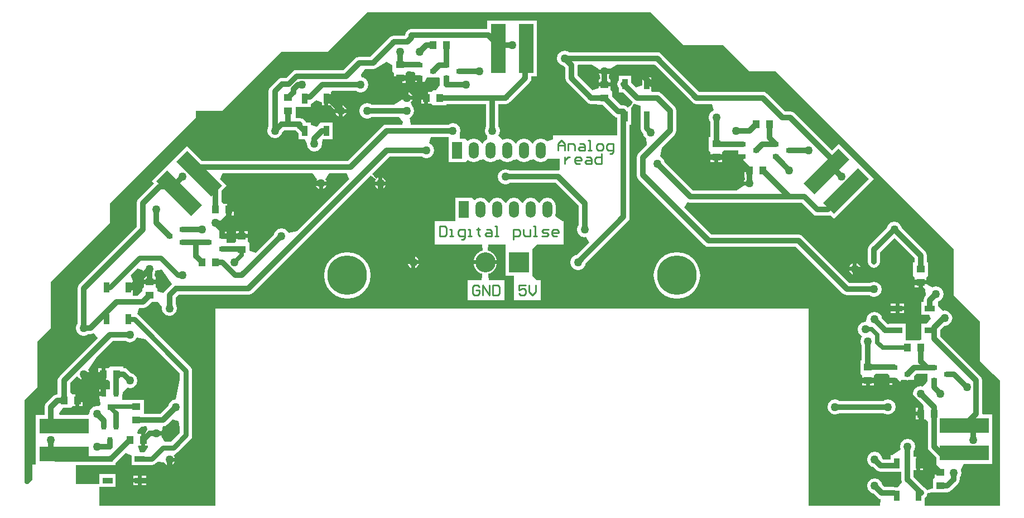
<source format=gtl>
%FSLAX24Y24*%
%MOIN*%
G70*
G01*
G75*
G04 Layer_Physical_Order=1*
G04 Layer_Color=255*
%ADD10R,0.0354X0.0591*%
%ADD11R,0.0591X0.0354*%
%ADD12R,0.0500X0.0400*%
%ADD13R,0.0400X0.0500*%
%ADD14R,0.0354X0.0315*%
%ADD15R,0.2953X0.0906*%
%ADD16R,0.0315X0.0354*%
G04:AMPARAMS|DCode=17|XSize=90.6mil|YSize=295.3mil|CornerRadius=0mil|HoleSize=0mil|Usage=FLASHONLY|Rotation=45.000|XOffset=0mil|YOffset=0mil|HoleType=Round|Shape=Rectangle|*
%AMROTATEDRECTD17*
4,1,4,0.0724,-0.1364,-0.1364,0.0724,-0.0724,0.1364,0.1364,-0.0724,0.0724,-0.1364,0.0*
%
%ADD17ROTATEDRECTD17*%

%ADD18R,0.0906X0.2953*%
G04:AMPARAMS|DCode=19|XSize=90.6mil|YSize=295.3mil|CornerRadius=0mil|HoleSize=0mil|Usage=FLASHONLY|Rotation=315.000|XOffset=0mil|YOffset=0mil|HoleType=Round|Shape=Rectangle|*
%AMROTATEDRECTD19*
4,1,4,-0.1364,-0.0724,0.0724,0.1364,0.1364,0.0724,-0.0724,-0.1364,-0.1364,-0.0724,0.0*
%
%ADD19ROTATEDRECTD19*%

%ADD20C,0.0323*%
%ADD21C,0.0315*%
%ADD22C,0.0250*%
%ADD23C,0.0100*%
%ADD24C,0.2362*%
%ADD25C,0.1200*%
%ADD26R,0.1200X0.1200*%
%ADD27O,0.0600X0.0994*%
%ADD28R,0.0600X0.0994*%
%ADD29C,0.0500*%
G36*
X39489Y49065D02*
X36371Y45947D01*
X35892Y45852D01*
X35849Y45856D01*
X35758Y45994D01*
X35609Y46093D01*
X35433Y46128D01*
X35257Y46093D01*
X35109Y45994D01*
X35009Y45845D01*
X34990Y45747D01*
X33885Y44642D01*
X33521Y44793D01*
Y45091D01*
X33521Y45091D01*
X33521Y45091D01*
X33521Y45269D01*
X33421Y45369D01*
X33421Y45548D01*
X33421Y45548D01*
X33421Y45548D01*
Y45549D01*
X32721D01*
Y45548D01*
X32721Y45548D01*
X32721Y45548D01*
X32721Y45369D01*
X32622Y45270D01*
X32167D01*
Y45392D01*
X32167D01*
D01*
Y45530D01*
X31890D01*
Y45770D01*
X32167D01*
Y45907D01*
X31967D01*
X31782Y46254D01*
X31826Y46320D01*
X31829Y46337D01*
X31496D01*
Y46577D01*
X31829D01*
X31826Y46590D01*
X32076Y46894D01*
X32174Y46894D01*
X32174Y46894D01*
X32174Y46894D01*
X32176D01*
Y47244D01*
Y47594D01*
X32174D01*
X32174Y47594D01*
X32174Y47594D01*
X31996Y47594D01*
X31896Y47694D01*
D01*
X31865Y47726D01*
Y48391D01*
X32153Y48680D01*
X31768Y49065D01*
X31918Y49429D01*
X37304D01*
X37543Y49071D01*
X37466Y48955D01*
X37462Y48939D01*
X38128D01*
X38125Y48955D01*
X38048Y49071D01*
X38286Y49429D01*
X39338D01*
X39489Y49065D01*
D02*
G37*
G36*
X29293Y34580D02*
X29372Y34185D01*
Y33895D01*
X28829Y33353D01*
X28453D01*
X28268Y33700D01*
X28282Y33722D01*
X28286Y33738D01*
X27953D01*
Y33978D01*
X28286D01*
X28282Y33995D01*
X28346Y34277D01*
D01*
Y34277D01*
X28346D01*
D01*
D01*
X28487Y34305D01*
X28607Y34385D01*
X28916Y34694D01*
X29293Y34580D01*
D02*
G37*
G36*
X27391Y34250D02*
X27422Y34097D01*
X27298Y33835D01*
Y33465D01*
Y33115D01*
X27439D01*
X27470Y33039D01*
Y33039D01*
X27464Y33055D01*
Y33029D01*
X27252Y32712D01*
X26990D01*
X26839Y33076D01*
X26878Y33115D01*
X27056Y33115D01*
X27056Y33115D01*
X27056Y33115D01*
X27058D01*
Y33465D01*
Y33815D01*
X27056D01*
X27056Y33815D01*
X27056Y33815D01*
X26878Y33815D01*
X26811Y33882D01*
X26894Y34083D01*
X27056Y34246D01*
X27222D01*
Y34277D01*
X27369D01*
X27391Y34250D01*
D02*
G37*
G36*
X27167Y43627D02*
X27226Y43238D01*
X27209Y43226D01*
D01*
D01*
D01*
X27209Y43103D01*
X27209D01*
X27209Y43103D01*
Y43046D01*
X27909D01*
Y43103D01*
X27909Y43103D01*
D01*
D01*
X27909Y43103D01*
X27909Y43226D01*
D01*
D01*
D01*
X27851Y43266D01*
X27900Y43592D01*
X28280Y43668D01*
X28873Y42780D01*
X28480Y42387D01*
X28400Y42267D01*
X28009Y42345D01*
Y42348D01*
X28009Y42348D01*
X28009Y42348D01*
X28009Y42526D01*
X27909Y42626D01*
X27909Y42804D01*
X27909Y42804D01*
X27909Y42804D01*
Y42806D01*
X27209D01*
Y42804D01*
X27209Y42804D01*
X27209Y42804D01*
X27209Y42626D01*
X27109Y42526D01*
X27109Y42379D01*
X26831Y42101D01*
X26569D01*
Y42207D01*
X26569D01*
Y42482D01*
X26291D01*
Y42722D01*
X26569D01*
Y42998D01*
X26569Y42998D01*
X26569D01*
X26436Y43318D01*
X26843Y43725D01*
X27167Y43627D01*
D02*
G37*
G36*
X58268Y58268D02*
X59449Y57087D01*
Y57087D01*
X61811D01*
X62205Y56693D01*
X63386Y55512D01*
X64961D01*
X72441Y48032D01*
X75591Y44882D01*
Y44094D01*
Y42126D01*
X75984Y41732D01*
X77165Y40551D01*
Y39764D01*
Y38189D01*
X77953Y37402D01*
X78346Y37008D01*
Y29528D01*
X73861D01*
Y29528D01*
Y29643D01*
X73861Y29806D01*
X73861Y29806D01*
X73861Y29806D01*
Y29975D01*
X73922Y30015D01*
X74002Y30135D01*
X74030Y30276D01*
X74353Y30309D01*
D01*
D01*
X74353D01*
Y30309D01*
X74432D01*
Y30309D01*
X75253D01*
Y30351D01*
X75338Y30368D01*
X75457Y30448D01*
X75457Y30448D01*
X75457Y30448D01*
X75851Y30842D01*
X75931Y30961D01*
X75936Y30985D01*
X75959Y31102D01*
Y31238D01*
X76014Y31320D01*
X76049Y31496D01*
X76014Y31672D01*
X76011Y31677D01*
X76196Y32024D01*
X77897D01*
Y33330D01*
D01*
Y33330D01*
X77897Y33330D01*
Y33678D01*
X77897D01*
Y34983D01*
X77344D01*
X77298Y35039D01*
Y37008D01*
X77270Y37149D01*
X77190Y37268D01*
X74791Y39667D01*
X74791Y40061D01*
X75024Y40294D01*
X75047Y40289D01*
X75223Y40324D01*
X75372Y40424D01*
X75471Y40572D01*
X75506Y40748D01*
X75471Y40924D01*
X75372Y41072D01*
X75223Y41172D01*
X75047Y41207D01*
X74957Y41189D01*
X74743Y41365D01*
X74653Y41500D01*
Y41708D01*
X74653D01*
Y41752D01*
X74699Y41761D01*
X74848Y41861D01*
X74948Y42009D01*
X74982Y42185D01*
X74948Y42361D01*
X74848Y42509D01*
X74699Y42609D01*
X74524Y42644D01*
X74348Y42609D01*
X74319Y42590D01*
X74307Y42596D01*
X74307D01*
X74113Y42700D01*
D01*
X74091Y42712D01*
D01*
X73972Y42775D01*
Y42781D01*
X73742D01*
Y42600D01*
X73820Y42548D01*
D01*
X73889Y42502D01*
X73927Y42110D01*
X73897Y42079D01*
X73817Y41960D01*
X73789Y41819D01*
Y41708D01*
X73662D01*
Y40954D01*
X74127D01*
X74217Y40736D01*
X73998Y40409D01*
X73662D01*
Y39705D01*
X73662Y39705D01*
X73662Y39705D01*
X73662Y39654D01*
Y39452D01*
X73532Y39426D01*
X72724D01*
Y39654D01*
X72724D01*
Y40409D01*
X71733D01*
Y40400D01*
X71653D01*
X71298Y40755D01*
X71278Y40853D01*
X71179Y41002D01*
X71030Y41101D01*
X70854Y41136D01*
X70679Y41101D01*
X70530Y41002D01*
X70430Y40853D01*
X70396Y40677D01*
X70396Y40677D01*
X70396Y40677D01*
X70307Y40538D01*
X70307Y40538D01*
Y40538D01*
X70132Y40503D01*
X69983Y40403D01*
X69883Y40254D01*
X69848Y40079D01*
X69883Y39903D01*
X69983Y39754D01*
X70125Y39659D01*
X70049Y39546D01*
X70014Y39370D01*
X70049Y39195D01*
X70104Y39112D01*
Y38208D01*
X70022D01*
Y37586D01*
X70022Y37586D01*
X70022Y37586D01*
X70022Y37408D01*
X70122Y37308D01*
X70122Y37129D01*
X70122Y37129D01*
X70122Y37129D01*
Y37128D01*
X70822D01*
Y37129D01*
X70822Y37129D01*
X70822Y37129D01*
X70822Y37308D01*
X70922Y37408D01*
D01*
X70954Y37439D01*
X71649D01*
X71670Y37418D01*
D01*
X71770Y37285D01*
X71770Y37148D01*
X72047D01*
Y37028D01*
X72167D01*
Y36770D01*
X72179D01*
X72179Y36770D01*
X72179Y36770D01*
X72324Y36770D01*
X72457Y37044D01*
D01*
X72457Y37044D01*
X72779D01*
X72835Y37033D01*
X72890Y37044D01*
X73212D01*
Y37258D01*
X73361Y37407D01*
X74032D01*
Y37407D01*
Y37385D01*
X74032Y37129D01*
X74032Y37129D01*
X74032Y37129D01*
Y36996D01*
X73903Y36802D01*
X73728Y36658D01*
X73622Y36679D01*
X73446Y36644D01*
X73298Y36545D01*
X73198Y36396D01*
X73163Y36220D01*
X73198Y36045D01*
X73298Y35896D01*
X73446Y35797D01*
X73524Y35781D01*
X73506Y35604D01*
X73418Y35389D01*
X73309D01*
Y35159D01*
X73609D01*
Y35039D01*
X73729D01*
Y34689D01*
X73731D01*
X73731Y34689D01*
X73731Y34689D01*
X73909Y34689D01*
D01*
X74009Y34589D01*
D01*
X74041Y34558D01*
Y33071D01*
X74069Y32930D01*
X74069Y32930D01*
X74069Y32930D01*
X74149Y32810D01*
X74544Y32415D01*
Y32087D01*
X74544Y32087D01*
X74544Y32087D01*
X74544Y32024D01*
D01*
X74453Y31809D01*
X74453Y31746D01*
X74453Y31746D01*
X74453Y31746D01*
Y31629D01*
X74803D01*
Y31389D01*
X74453D01*
Y31209D01*
X74453D01*
Y31209D01*
X74353Y31109D01*
X74353D01*
Y30569D01*
X74281Y30547D01*
X74281Y30547D01*
D01*
D01*
D01*
X73976Y30455D01*
X73861Y30633D01*
Y30633D01*
X73825D01*
X73203Y31255D01*
Y31672D01*
X73203D01*
X73207D01*
X73364D01*
Y32067D01*
Y32462D01*
X73207D01*
X73203Y32466D01*
Y32812D01*
X73259Y32895D01*
X73293Y33071D01*
X73259Y33246D01*
X73159Y33395D01*
X73010Y33495D01*
X72835Y33530D01*
X72659Y33495D01*
X72510Y33395D01*
X72411Y33246D01*
X72376Y33071D01*
X72411Y32895D01*
X71912Y32562D01*
X71808D01*
Y32298D01*
X71373D01*
X71309Y32361D01*
X71290Y32459D01*
X71191Y32608D01*
X71042Y32707D01*
X70866Y32742D01*
X70691Y32707D01*
X70542Y32608D01*
X70442Y32459D01*
X70407Y32283D01*
X70442Y32108D01*
X70542Y31959D01*
X70691Y31860D01*
X70788Y31840D01*
X70960Y31669D01*
X71079Y31589D01*
X71220Y31561D01*
X72008D01*
X72063Y31572D01*
X72466D01*
Y31102D01*
X72494Y30961D01*
X72494Y30961D01*
X72494Y30961D01*
X72499Y30938D01*
X72250Y30633D01*
X72063D01*
X72008Y30644D01*
X71452D01*
X71309Y30786D01*
X71290Y30884D01*
X71191Y31033D01*
X71042Y31133D01*
X70866Y31167D01*
X70691Y31133D01*
X70542Y31033D01*
X70442Y30884D01*
X70407Y30709D01*
X70442Y30533D01*
X70542Y30384D01*
X70691Y30285D01*
X70788Y30265D01*
X71039Y30015D01*
X71158Y29935D01*
X71238Y29919D01*
X71199Y29528D01*
X66929D01*
Y41339D01*
X31496D01*
Y29528D01*
X24571D01*
Y29528D01*
Y29621D01*
X24571Y29806D01*
X24571Y29806D01*
X24571Y29806D01*
Y30658D01*
X25535D01*
Y31413D01*
X24544D01*
Y30821D01*
X23166D01*
Y31954D01*
X25236D01*
X25252Y31957D01*
X25535D01*
Y32100D01*
X26109Y32675D01*
X26473Y32524D01*
Y31957D01*
X27464D01*
Y31970D01*
X27689D01*
X27828Y31998D01*
X27947Y32077D01*
X28033Y32164D01*
X28425Y32125D01*
X28488Y32031D01*
X28604Y31954D01*
X28620Y31950D01*
Y32283D01*
X28740D01*
Y32403D01*
X29073D01*
X29070Y32420D01*
X28992Y32536D01*
X29120Y32651D01*
X29120D01*
X29120Y32651D01*
X29238Y32730D01*
X29994Y33486D01*
X29994Y33486D01*
X29994Y33486D01*
X30073Y33605D01*
X30101Y33744D01*
Y37587D01*
X30073Y37726D01*
X30033Y37785D01*
X29994Y37844D01*
X26907Y40931D01*
X26823Y40987D01*
X26938Y41364D01*
X27165D01*
X27306Y41392D01*
X27426Y41472D01*
X27426Y41472D01*
X27426Y41472D01*
X27680Y41726D01*
X28009D01*
Y41726D01*
X28048D01*
X28298Y41422D01*
X28281Y41339D01*
X28316Y41163D01*
X28416Y41014D01*
X28565Y40915D01*
X28740Y40880D01*
X28916Y40915D01*
X29065Y41014D01*
X29164Y41163D01*
X29199Y41339D01*
X29164Y41514D01*
X29109Y41597D01*
Y41973D01*
X29286Y42151D01*
X33465D01*
X33606Y42179D01*
X33725Y42259D01*
X33725Y42259D01*
X33725Y42259D01*
X40772Y49306D01*
X41076Y49056D01*
Y49056D01*
X41009Y48955D01*
X41006Y48939D01*
X41219D01*
Y49152D01*
X41202Y49149D01*
X41102Y49082D01*
X40852Y49386D01*
X41885Y50419D01*
X43836D01*
X43919Y50364D01*
X44094Y50329D01*
X44270Y50364D01*
X44419Y50463D01*
X44518Y50612D01*
X44553Y50787D01*
X44518Y50963D01*
X44419Y51112D01*
X44270Y51211D01*
X44347Y51600D01*
X45411D01*
D01*
X45425Y51484D01*
Y51500D01*
Y51484D01*
Y51484D01*
D01*
D01*
D01*
X45425Y50283D01*
X45425Y50283D01*
X45425D01*
Y50091D01*
X46425D01*
Y50091D01*
X46565Y50230D01*
Y50230D01*
X46565Y50230D01*
X46730Y50120D01*
X46925Y50081D01*
X47120Y50120D01*
X47286Y50230D01*
X47538Y50256D01*
X47565Y50230D01*
X47565Y50230D01*
Y50230D01*
X47730Y50120D01*
X47925Y50081D01*
X48120Y50120D01*
X48286Y50230D01*
X48538Y50256D01*
X48565Y50230D01*
X48565Y50230D01*
Y50230D01*
X48730Y50120D01*
X48925Y50081D01*
X49120Y50120D01*
X49286Y50230D01*
X49538Y50256D01*
X49565Y50230D01*
X49565Y50230D01*
Y50230D01*
X49730Y50120D01*
X49925Y50081D01*
X50120Y50120D01*
X50286Y50230D01*
X50538Y50256D01*
X50565Y50230D01*
X50565Y50230D01*
Y50230D01*
X50730Y50120D01*
X50925Y50081D01*
X51120Y50120D01*
X51286Y50230D01*
X51324Y50287D01*
X51669Y50287D01*
Y50287D01*
Y50287D01*
X51669Y50287D01*
X52062D01*
Y49700D01*
X52062Y49700D01*
X52062D01*
X52049Y49635D01*
X51968Y49581D01*
X49077D01*
X48994Y49636D01*
X48819Y49671D01*
X48643Y49636D01*
X48494Y49537D01*
X48395Y49388D01*
X48360Y49213D01*
X48395Y49037D01*
X48494Y48888D01*
X48643Y48789D01*
X48819Y48754D01*
X48994Y48789D01*
X49077Y48844D01*
X51816D01*
X53175Y47485D01*
Y46321D01*
X53119Y46239D01*
X53084Y46063D01*
X53119Y45887D01*
X53219Y45739D01*
X53368Y45639D01*
X53543Y45604D01*
X53621Y45620D01*
X53806Y45272D01*
X53072Y44538D01*
X52974Y44518D01*
X52825Y44419D01*
X52726Y44270D01*
X52691Y44094D01*
X52726Y43919D01*
X52825Y43770D01*
X52974Y43671D01*
X53150Y43636D01*
X53325Y43671D01*
X53474Y43770D01*
X53573Y43919D01*
X53593Y44017D01*
X56127Y46550D01*
X56207Y46670D01*
X56235Y46811D01*
X56235Y46811D01*
X56235Y46811D01*
Y46811D01*
Y52332D01*
X56330D01*
Y53322D01*
X56330Y53322D01*
Y53322D01*
X56498Y53574D01*
X56875Y53459D01*
Y53322D01*
X56875D01*
Y52332D01*
X56883D01*
Y52110D01*
X56912Y51969D01*
X56912Y51969D01*
X56912Y51969D01*
X56991Y51850D01*
X57049Y51792D01*
X57068Y51694D01*
X57168Y51546D01*
X57225Y51507D01*
X57259Y51159D01*
X57248Y51099D01*
X56763Y50615D01*
X56683Y50495D01*
X56655Y50354D01*
Y49311D01*
X56683Y49170D01*
X56683Y49170D01*
X56683Y49170D01*
X56763Y49050D01*
X60696Y45117D01*
X60816Y45038D01*
X60839Y45033D01*
X60957Y45009D01*
X66166D01*
X68956Y42220D01*
X68956D01*
X68956Y42220D01*
X68956D01*
X68956Y42220D01*
Y42220D01*
X68956Y42220D01*
Y42220D01*
X69076Y42140D01*
X69217Y42112D01*
X70568D01*
X70651Y42056D01*
X70827Y42021D01*
X71002Y42056D01*
X71151Y42156D01*
X71251Y42305D01*
X71286Y42480D01*
X71251Y42656D01*
X71151Y42805D01*
X71002Y42904D01*
X70827Y42939D01*
X70651Y42904D01*
X70568Y42849D01*
X69369D01*
X66579Y45639D01*
X66460Y45718D01*
X66319Y45746D01*
X61109D01*
X59486Y47369D01*
X59701Y47691D01*
X59843Y47663D01*
X66501D01*
X67180Y46984D01*
X67300Y46904D01*
X67300Y46904D01*
X67300Y46904D01*
D01*
X67300Y46904D01*
X67300Y46904D01*
X67441Y46876D01*
X68059D01*
X68200Y46904D01*
X68227Y46922D01*
X68443Y46705D01*
X70814Y49076D01*
X69891Y49999D01*
X69891D01*
X69645Y50245D01*
X69645D01*
X68722Y51169D01*
X68329Y50775D01*
X66087Y53016D01*
X65968Y53096D01*
X65827Y53124D01*
X65507D01*
X64434Y54198D01*
X64314Y54277D01*
X64173Y54306D01*
X60389D01*
X58135Y56560D01*
X58015Y56640D01*
X57874Y56668D01*
X52621D01*
X52538Y56723D01*
X52362Y56758D01*
X52187Y56723D01*
X52038Y56624D01*
X51938Y56475D01*
X51903Y56299D01*
X51938Y56124D01*
X52038Y55975D01*
X52187Y55875D01*
X52284Y55856D01*
X52387Y55753D01*
Y55118D01*
X52415Y54977D01*
X52495Y54858D01*
X53676Y53676D01*
X53796Y53597D01*
X53819Y53592D01*
X53937Y53569D01*
X54274D01*
Y53537D01*
X54603D01*
X55291Y52850D01*
X55410Y52770D01*
X55438Y52764D01*
X55498Y52752D01*
Y51687D01*
X51669D01*
Y51450D01*
X51292Y51336D01*
X51286Y51345D01*
X51120Y51455D01*
X50925Y51494D01*
X50730Y51455D01*
X50565Y51345D01*
X50454Y51179D01*
D01*
X50286Y51345D01*
X50286Y51345D01*
Y51345D01*
X50120Y51455D01*
X49925Y51494D01*
X49730Y51455D01*
X49565Y51345D01*
X49454Y51179D01*
D01*
X49286Y51345D01*
X49286Y51345D01*
Y51345D01*
X49120Y51455D01*
X48925Y51494D01*
X48730Y51455D01*
X48665Y51412D01*
X48387Y51690D01*
X48455Y51793D01*
X48490Y51968D01*
X48455Y52144D01*
X48400Y52227D01*
Y53569D01*
X48819D01*
X48960Y53597D01*
X49079Y53676D01*
X49079Y53676D01*
X49079Y53676D01*
X50261Y54858D01*
X50340Y54977D01*
X50345Y55000D01*
X50368Y55118D01*
Y55213D01*
X50692D01*
Y58566D01*
X49387D01*
D01*
D01*
X49387Y58566D01*
X49039D01*
Y58566D01*
X47733D01*
Y58046D01*
X43189D01*
X43048Y58018D01*
X42928Y57938D01*
X42849Y57818D01*
X42820Y57677D01*
Y57672D01*
X42800Y57652D01*
X42165D01*
X42024Y57624D01*
X41905Y57544D01*
X40753Y56392D01*
X40079D01*
X39938Y56364D01*
X39818Y56284D01*
X39139Y55605D01*
X36339D01*
X36198Y55577D01*
X36078Y55497D01*
X35714Y55132D01*
X35472D01*
X35355Y55109D01*
X35331Y55104D01*
X35212Y55024D01*
X34779Y54591D01*
X34699Y54472D01*
X34671Y54331D01*
Y52227D01*
X34615Y52144D01*
X34581Y51968D01*
X34615Y51793D01*
X34715Y51644D01*
X34864Y51545D01*
X35039Y51510D01*
X35215Y51545D01*
X35364Y51644D01*
X35463Y51793D01*
X35483Y51891D01*
X35586Y51994D01*
X36263D01*
X36275Y51976D01*
X36442Y51809D01*
Y51457D01*
X36827D01*
D01*
X36943Y51181D01*
Y51181D01*
X36943D01*
D01*
D01*
D01*
X36978Y51006D01*
X37077Y50857D01*
X37226Y50757D01*
X37402Y50722D01*
X37577Y50757D01*
X37726Y50857D01*
X37825Y51006D01*
X37860Y51181D01*
X37860Y51181D01*
X37860Y51181D01*
X37884Y51457D01*
D01*
X37884Y51457D01*
X38495D01*
Y52448D01*
X37741D01*
Y52448D01*
X37560Y52175D01*
X37196Y52326D01*
Y52448D01*
X36887D01*
X36876Y52503D01*
X36796Y52623D01*
X36676Y52703D01*
X36535Y52731D01*
X36277D01*
Y52750D01*
X36277D01*
Y53387D01*
X36442D01*
Y53387D01*
X37196D01*
Y53569D01*
X37523Y53787D01*
X37841Y53656D01*
Y53487D01*
X37998D01*
Y53882D01*
X38118D01*
Y54002D01*
X38395D01*
Y54277D01*
D01*
Y54277D01*
X38474Y54356D01*
X39899D01*
X39982Y54301D01*
X40157Y54266D01*
X40333Y54301D01*
X40482Y54400D01*
X40581Y54549D01*
X40616Y54724D01*
X40581Y54900D01*
X40482Y55049D01*
X40333Y55148D01*
X40235Y55168D01*
X40183Y55339D01*
X40418Y55655D01*
X40906D01*
X41047Y55683D01*
X41166Y55763D01*
X41166Y55763D01*
X41166Y55763D01*
X41166Y55763D01*
X41730Y56081D01*
X42070Y55882D01*
Y55697D01*
X42070Y55697D01*
X42070Y55697D01*
X42070Y55518D01*
X42170Y55418D01*
X42170Y55240D01*
X42170Y55240D01*
X42170Y55240D01*
Y55238D01*
X42870D01*
Y55240D01*
X42870Y55240D01*
X42870Y55240D01*
X42870Y55418D01*
X42964Y55512D01*
X43357Y55485D01*
X43424Y55395D01*
X43424Y55258D01*
X43701D01*
Y55138D01*
X43821D01*
Y54880D01*
X43833D01*
X43833Y54880D01*
X43833Y54880D01*
X43978Y54880D01*
X44111Y55154D01*
D01*
X44111Y55154D01*
X44433D01*
X44488Y55143D01*
X44544Y55154D01*
X44865D01*
D01*
X44865D01*
X44898Y55121D01*
X44898Y54780D01*
X44898D01*
Y54673D01*
X44691Y54421D01*
X44641Y54387D01*
X44482Y54387D01*
X44382Y54287D01*
X44204Y54287D01*
X44204Y54287D01*
X44204Y54287D01*
X44202D01*
Y53937D01*
Y53587D01*
X44204D01*
X44204Y53587D01*
X44204Y53587D01*
X44382Y53587D01*
X44482Y53487D01*
X44660Y53487D01*
X44660Y53487D01*
X44660Y53487D01*
X45282D01*
Y53569D01*
X47663D01*
Y52227D01*
X47608Y52144D01*
X47573Y51968D01*
X47608Y51793D01*
X47707Y51644D01*
X47730Y51455D01*
X47730Y51455D01*
X47730D01*
X47565Y51345D01*
X47454Y51179D01*
D01*
X47286Y51345D01*
X47286Y51345D01*
Y51345D01*
X47120Y51455D01*
X46925Y51494D01*
X46730Y51455D01*
X46565Y51345D01*
X46565Y51345D01*
X46425Y51484D01*
Y51484D01*
X46101D01*
X46093Y51793D01*
X46093Y51793D01*
X46093D01*
Y51793D01*
Y51793D01*
X46093Y51793D01*
X46128Y51968D01*
X46093Y52144D01*
X45994Y52293D01*
X45845Y52392D01*
X45669Y52427D01*
X45494Y52392D01*
X45411Y52337D01*
X43166D01*
X43110Y52619D01*
X43110D01*
X43089Y52726D01*
X43089D01*
X43238Y52825D01*
X43337Y52974D01*
X43372Y53150D01*
X43337Y53325D01*
X43238Y53474D01*
X43238D01*
X43166Y53685D01*
X43166Y53685D01*
X43166Y53685D01*
X43166D01*
D01*
X43243Y53800D01*
X43246Y53817D01*
X42575D01*
X42534Y53767D01*
X42161Y53518D01*
X40810D01*
X40727Y53573D01*
X40551Y53608D01*
X40376Y53573D01*
X40227Y53474D01*
X40127Y53325D01*
X40092Y53150D01*
X40127Y52974D01*
X40227Y52825D01*
X40376Y52726D01*
X40551Y52691D01*
X40727Y52726D01*
X40810Y52781D01*
X42439D01*
X42688Y52477D01*
X42660Y52337D01*
X41732D01*
X41591Y52309D01*
X41472Y52229D01*
X39408Y50166D01*
X30667D01*
X29782Y51050D01*
X28859Y50127D01*
Y50127D01*
X28613Y49881D01*
Y49881D01*
X27690Y48958D01*
X27827Y48821D01*
X26905Y47898D01*
X26825Y47779D01*
X26797Y47638D01*
Y46216D01*
X23361Y42780D01*
X23282Y42661D01*
X23254Y42520D01*
Y40416D01*
X23198Y40333D01*
X23163Y40157D01*
X23198Y39982D01*
X23298Y39833D01*
X23446Y39734D01*
X23622Y39699D01*
X23798Y39734D01*
X23881Y39789D01*
X24016D01*
X24157Y39817D01*
X24211Y39853D01*
X24461Y39549D01*
X22180Y37268D01*
X22101Y37149D01*
X22072Y37008D01*
Y36277D01*
X22041D01*
Y36194D01*
X21930Y36172D01*
X21906Y36167D01*
X21787Y36087D01*
X21393Y35694D01*
X21313Y35574D01*
X21285Y35433D01*
Y34944D01*
X20765D01*
Y33639D01*
X20765Y33639D01*
X20765Y33291D01*
X20765D01*
Y32002D01*
X20566D01*
Y31099D01*
X20288Y30821D01*
X20172D01*
X20079Y30915D01*
Y34252D01*
Y35827D01*
X20472Y36220D01*
X20866Y36614D01*
Y38189D01*
Y39370D01*
X21260Y39764D01*
X21654Y40157D01*
Y42913D01*
X22441Y43701D01*
X25197Y46457D01*
Y47244D01*
Y47638D01*
X27165Y49606D01*
X30315Y52756D01*
Y53150D01*
X31890D01*
X33071Y54331D01*
X35433Y56693D01*
X38189D01*
X38583Y57087D01*
X40551Y59055D01*
X57480D01*
X58268Y58268D01*
D02*
G37*
G36*
X27323Y39485D02*
X29372Y37436D01*
Y37088D01*
X29134Y35892D01*
X28958Y35857D01*
X28809Y35758D01*
X28710Y35609D01*
X28691Y35511D01*
X28194Y35014D01*
X27222D01*
Y35046D01*
Y35846D01*
X26322D01*
Y35846D01*
X25928D01*
X25928Y36055D01*
X25928Y36055D01*
X25928Y36055D01*
Y36165D01*
X25939Y36220D01*
Y36326D01*
X26244Y36576D01*
X26378Y36549D01*
X26554Y36584D01*
X26702Y36683D01*
X26802Y36832D01*
X26837Y37008D01*
X26802Y37183D01*
X26702Y37332D01*
X26554Y37432D01*
X26456Y37451D01*
X26245Y37662D01*
X26125Y37742D01*
X26003Y37766D01*
Y37852D01*
X25382D01*
X25382Y37852D01*
X25382Y37852D01*
X25203Y37852D01*
X25103Y37752D01*
X24925Y37752D01*
X24925Y37752D01*
X24925Y37752D01*
X24923D01*
Y37402D01*
Y37052D01*
X24924D01*
X24924Y37052D01*
X24924Y37052D01*
X25103Y37052D01*
X25202Y36952D01*
Y36498D01*
X25114D01*
X25080D01*
D01*
D01*
D01*
Y36498D01*
X24943D01*
Y36220D01*
X24823D01*
Y36100D01*
X24565D01*
Y36089D01*
X24565Y36089D01*
X24565Y36089D01*
X24565Y35943D01*
X24578Y35937D01*
X24624Y35546D01*
X24535Y35473D01*
X24409Y35498D01*
X24234Y35463D01*
X24085Y35364D01*
X23986Y35215D01*
X23951Y35039D01*
X23872Y34944D01*
X22200D01*
X22156Y35049D01*
X22375Y35377D01*
X22663D01*
X22663Y35377D01*
X22663Y35377D01*
X22841Y35377D01*
X22941Y35477D01*
X23119Y35477D01*
X23119Y35477D01*
X23119Y35477D01*
X23121D01*
Y35827D01*
Y36177D01*
X23119D01*
X23119Y36177D01*
X23119Y36177D01*
X22941Y36177D01*
X22841Y36277D01*
D01*
X22809Y36308D01*
Y36855D01*
X23236Y37282D01*
X23370Y37149D01*
Y37149D01*
X23370Y37149D01*
X23370Y37149D01*
X23370Y37149D01*
D01*
X23485Y37072D01*
X23502Y37069D01*
Y37402D01*
X23622D01*
Y37522D01*
X23955D01*
X23952Y37538D01*
X23874Y37654D01*
X24411Y38456D01*
X24411Y38456D01*
D01*
X25349Y39395D01*
X26119D01*
X26202Y39340D01*
X26378Y39305D01*
X26554Y39340D01*
X26702Y39439D01*
X26797Y39580D01*
X26826Y39583D01*
X27323Y39485D01*
D02*
G37*
G36*
X59976Y53676D02*
X60095Y53597D01*
X60119Y53592D01*
X60236Y53569D01*
X61164D01*
X61242Y53180D01*
X61093Y53080D01*
X60993Y52931D01*
X60959Y52756D01*
X60993Y52580D01*
X61049Y52497D01*
Y51594D01*
X60967D01*
Y50972D01*
X60967Y50972D01*
X60967Y50972D01*
X60967Y50794D01*
X61067Y50694D01*
X61067Y50515D01*
X61067Y50515D01*
X61067Y50515D01*
Y50514D01*
X61767D01*
Y50515D01*
X61767Y50515D01*
X61767Y50515D01*
X61767Y50694D01*
X61867Y50793D01*
X62715D01*
Y50793D01*
Y50671D01*
D01*
Y50671D01*
X62715D01*
D01*
Y50533D01*
X62992D01*
Y50293D01*
X62715D01*
Y50156D01*
X63073D01*
Y49956D01*
X63073D01*
Y49726D01*
X63373D01*
Y49486D01*
X63073D01*
Y49424D01*
X63073Y49424D01*
X63073Y49424D01*
X63073Y49256D01*
X63073Y49256D01*
X63133Y49071D01*
Y49071D01*
X63133D01*
X63133Y49071D01*
D01*
D01*
D01*
X63056Y48955D01*
X63053Y48939D01*
X63386D01*
Y48699D01*
X63047D01*
X63006Y48649D01*
X62634Y48400D01*
X59995D01*
X58317Y50078D01*
X58298Y50176D01*
X58198Y50324D01*
X58050Y50424D01*
X58158Y50967D01*
X58922Y51732D01*
X59002Y51851D01*
X59002Y51851D01*
X59002Y51851D01*
X59030Y51992D01*
Y53150D01*
X59002Y53291D01*
X58922Y53410D01*
X58135Y54198D01*
X58015Y54277D01*
X57874Y54306D01*
X57584D01*
X57529Y54361D01*
X57529Y54584D01*
X57529Y54584D01*
X57529Y54584D01*
Y54636D01*
X57252D01*
Y54756D01*
X57132D01*
Y55151D01*
X56975D01*
Y54691D01*
X56611Y54540D01*
X56330Y54821D01*
Y55251D01*
X55576D01*
Y54979D01*
X55526Y54905D01*
X55498Y54764D01*
X55526Y54623D01*
X55576Y54548D01*
Y54261D01*
X55848D01*
X56423Y53686D01*
X56398Y53624D01*
X56310Y53493D01*
X56127Y53371D01*
X56007Y53451D01*
X56007Y53451D01*
X55866Y53479D01*
X55704D01*
X55174Y54008D01*
Y54159D01*
X55174Y54159D01*
X55174Y54159D01*
X55174Y54337D01*
X55074Y54437D01*
X55074Y54615D01*
X55074Y54615D01*
X55074Y54615D01*
Y54617D01*
X54374D01*
Y54615D01*
X54374Y54615D01*
X54374Y54615D01*
X54374Y54535D01*
X54011Y54384D01*
X53124Y55271D01*
Y55906D01*
X53145Y55931D01*
X53972D01*
X54345Y55682D01*
X54386Y55632D01*
X55063D01*
X55104Y55682D01*
X55477Y55931D01*
X57721D01*
X59976Y53676D01*
D02*
G37*
%LPC*%
G36*
X72624Y41211D02*
X72348D01*
Y41054D01*
X72624D01*
Y41211D01*
D02*
G37*
G36*
X26848Y30915D02*
X26573D01*
Y30758D01*
X26848D01*
Y30915D01*
D02*
G37*
G36*
X72108Y41608D02*
X71833D01*
Y41451D01*
X72108D01*
Y41608D01*
D02*
G37*
G36*
X27364Y30915D02*
X27088D01*
Y30758D01*
X27364D01*
Y30915D01*
D02*
G37*
G36*
X72108Y41211D02*
X71833D01*
Y41054D01*
X72108D01*
Y41211D01*
D02*
G37*
G36*
X24683Y37752D02*
X24503D01*
Y37522D01*
X24683D01*
Y37752D01*
D02*
G37*
G36*
X72624Y41608D02*
X72348D01*
Y41451D01*
X72624D01*
Y41608D01*
D02*
G37*
G36*
X73502Y42781D02*
X73272D01*
Y42601D01*
X73502D01*
Y42781D01*
D02*
G37*
G36*
X72047Y46522D02*
X71872Y46487D01*
X71723Y46387D01*
X71623Y46239D01*
X71604Y46141D01*
X70566Y45103D01*
X70486Y44984D01*
X70458Y44843D01*
Y44134D01*
X70486Y43993D01*
X70566Y43873D01*
X70686Y43793D01*
X70827Y43765D01*
X70968Y43793D01*
X71087Y43873D01*
X71167Y43993D01*
X71195Y44134D01*
Y44690D01*
X72047Y45542D01*
X73254Y44336D01*
Y44101D01*
X73172D01*
Y43479D01*
X73172Y43479D01*
X73172Y43479D01*
X73172Y43301D01*
X73272Y43201D01*
X73272Y43022D01*
X73272Y43022D01*
X73272Y43022D01*
Y43021D01*
X73972D01*
Y43022D01*
X73972Y43022D01*
X73972Y43022D01*
X73972Y43201D01*
X74072Y43301D01*
X74072Y43479D01*
X74072Y43479D01*
X74072Y43479D01*
Y44101D01*
X73991D01*
Y44488D01*
X73962Y44629D01*
X73883Y44749D01*
X72491Y46141D01*
X72471Y46239D01*
X72372Y46387D01*
X72223Y46487D01*
X72047Y46522D01*
D02*
G37*
G36*
X69565Y43581D02*
X69352D01*
X69355Y43564D01*
X69433Y43448D01*
X69548Y43371D01*
X69565Y43368D01*
Y43581D01*
D02*
G37*
G36*
X48296Y43974D02*
X46916D01*
X46947Y43821D01*
X47102Y43590D01*
X47333Y43435D01*
X47421Y43418D01*
X47409Y43298D01*
X47409D01*
X47383Y43026D01*
X46550D01*
Y41826D01*
X48750D01*
Y43026D01*
X47830D01*
X47803Y43298D01*
X47803D01*
X47791Y43418D01*
X47879Y43435D01*
X48111Y43590D01*
X48266Y43821D01*
X48296Y43974D01*
D02*
G37*
G36*
X39370Y44700D02*
X39010Y44653D01*
X38674Y44513D01*
X38385Y44292D01*
X38164Y44004D01*
X38025Y43668D01*
X37977Y43307D01*
X38025Y42947D01*
X38164Y42611D01*
X38385Y42322D01*
X38674Y42101D01*
X39010Y41962D01*
X39370Y41914D01*
X39731Y41962D01*
X40067Y42101D01*
X40355Y42322D01*
X40576Y42611D01*
X40716Y42947D01*
X40763Y43307D01*
X40716Y43668D01*
X40576Y44004D01*
X40355Y44292D01*
X40067Y44513D01*
X39731Y44653D01*
X39370Y44700D01*
D02*
G37*
G36*
X59055D02*
X58695Y44653D01*
X58359Y44513D01*
X58070Y44292D01*
X57849Y44004D01*
X57710Y43668D01*
X57662Y43307D01*
X57710Y42947D01*
X57849Y42611D01*
X58070Y42322D01*
X58359Y42101D01*
X58695Y41962D01*
X59055Y41914D01*
X59416Y41962D01*
X59752Y42101D01*
X60040Y42322D01*
X60262Y42611D01*
X60401Y42947D01*
X60448Y43307D01*
X60401Y43668D01*
X60262Y44004D01*
X60040Y44292D01*
X59752Y44513D01*
X59416Y44653D01*
X59055Y44700D01*
D02*
G37*
G36*
X23955Y37282D02*
X23742D01*
Y37069D01*
X23759Y37072D01*
X23874Y37149D01*
X23952Y37265D01*
X23955Y37282D01*
D02*
G37*
G36*
X73489Y34919D02*
X73309D01*
Y34689D01*
X73489D01*
Y34919D01*
D02*
G37*
G36*
X23541Y35707D02*
X23361D01*
Y35477D01*
X23541D01*
Y35707D01*
D02*
G37*
G36*
X71654Y35892D02*
X71478Y35857D01*
X71395Y35802D01*
X68762D01*
X68680Y35857D01*
X68504Y35892D01*
X68328Y35857D01*
X68179Y35758D01*
X68080Y35609D01*
X68045Y35433D01*
X68080Y35257D01*
X68179Y35109D01*
X68328Y35009D01*
X68504Y34974D01*
X68680Y35009D01*
X68762Y35065D01*
X71395D01*
X71478Y35009D01*
X71654Y34974D01*
X71829Y35009D01*
X71978Y35109D01*
X72077Y35257D01*
X72112Y35433D01*
X72077Y35609D01*
X71978Y35758D01*
X71829Y35857D01*
X71654Y35892D01*
D02*
G37*
G36*
X27364Y31313D02*
X27088D01*
Y31155D01*
X27364D01*
Y31313D01*
D02*
G37*
G36*
X29073Y32163D02*
X28860D01*
Y31950D01*
X28877Y31954D01*
X28992Y32031D01*
X29070Y32147D01*
X29073Y32163D01*
D02*
G37*
G36*
X73761Y32462D02*
X73604D01*
Y32187D01*
X73761D01*
Y32462D01*
D02*
G37*
G36*
Y31947D02*
X73604D01*
Y31672D01*
X73761D01*
Y31947D01*
D02*
G37*
G36*
X26848Y31313D02*
X26573D01*
Y31155D01*
X26848D01*
Y31313D01*
D02*
G37*
G36*
X71927Y36908D02*
X71770D01*
Y36770D01*
X71927D01*
Y36908D01*
D02*
G37*
G36*
X24683Y37282D02*
X24503D01*
Y37052D01*
X24683D01*
Y37282D01*
D02*
G37*
G36*
X70822Y36888D02*
X70592D01*
Y36708D01*
X70822D01*
Y36888D01*
D02*
G37*
G36*
X23541Y36177D02*
X23361D01*
Y35947D01*
X23541D01*
Y36177D01*
D02*
G37*
G36*
X24703Y36498D02*
X24565D01*
Y36340D01*
X24703D01*
Y36498D01*
D02*
G37*
G36*
X70352Y36888D02*
X70122D01*
Y36708D01*
X70352D01*
Y36888D01*
D02*
G37*
G36*
X38395Y53762D02*
X38238D01*
Y53487D01*
X38305D01*
D01*
X38376Y53487D01*
X38437Y53413D01*
D01*
X38554Y53270D01*
X38856D01*
Y53483D01*
X38840Y53479D01*
X38742Y53414D01*
X38558Y53513D01*
D01*
X38444Y53589D01*
D01*
X38395Y53622D01*
Y53762D01*
D02*
G37*
G36*
X39309Y53030D02*
X39096D01*
Y52817D01*
X39113Y52820D01*
X39229Y52897D01*
X39306Y53013D01*
X39309Y53030D01*
D02*
G37*
G36*
X43962Y53817D02*
X43782D01*
Y53587D01*
X43962D01*
Y53817D01*
D02*
G37*
G36*
X39096Y53483D02*
Y53270D01*
X39309D01*
X39306Y53286D01*
X39229Y53402D01*
X39113Y53479D01*
X39096Y53483D01*
D02*
G37*
G36*
X61297Y50274D02*
X61067D01*
Y50094D01*
X61297D01*
Y50274D01*
D02*
G37*
G36*
X41459Y49152D02*
Y48939D01*
X41672D01*
X41668Y48955D01*
X41591Y49071D01*
X41475Y49149D01*
X41459Y49152D01*
D02*
G37*
G36*
X38856Y53030D02*
X38643D01*
X38647Y53013D01*
X38724Y52897D01*
X38840Y52820D01*
X38856Y52817D01*
Y53030D01*
D02*
G37*
G36*
X61767Y50274D02*
X61537D01*
Y50094D01*
X61767D01*
Y50274D01*
D02*
G37*
G36*
X57529Y55151D02*
X57372D01*
Y54876D01*
X57529D01*
Y55151D01*
D02*
G37*
G36*
X42870Y54998D02*
X42640D01*
Y54818D01*
X42870D01*
Y54998D01*
D02*
G37*
G36*
X55057Y55392D02*
X54391D01*
X54395Y55375D01*
X54472Y55259D01*
D01*
D01*
D01*
X54472Y55259D01*
X54472D01*
X54473Y55104D01*
X54374Y55037D01*
D01*
D01*
D01*
X54374Y54914D01*
X54374D01*
X54374Y54914D01*
Y54857D01*
X55074D01*
Y54914D01*
X55074Y54914D01*
D01*
D01*
X55074Y54914D01*
X55074Y55037D01*
D01*
D01*
D01*
X54976Y55104D01*
X54977Y55259D01*
X54977D01*
X54977Y55259D01*
D01*
D01*
D01*
X55054Y55375D01*
X55057Y55392D01*
D02*
G37*
G36*
X43581Y55018D02*
X43424D01*
Y54880D01*
X43581D01*
Y55018D01*
D02*
G37*
G36*
X43033Y54270D02*
Y54057D01*
X43246D01*
X43243Y54074D01*
X43166Y54189D01*
X43050Y54267D01*
X43033Y54270D01*
D02*
G37*
G36*
X42793D02*
X42777Y54267D01*
X42661Y54189D01*
X42584Y54074D01*
X42580Y54057D01*
X42793D01*
Y54270D01*
D02*
G37*
G36*
X42400Y54998D02*
X42170D01*
Y54818D01*
X42400D01*
Y54998D01*
D02*
G37*
G36*
X43962Y54287D02*
X43782D01*
Y54057D01*
X43962D01*
Y54287D01*
D02*
G37*
G36*
X43187Y44427D02*
X43171Y44424D01*
X43055Y44347D01*
X42977Y44231D01*
X42974Y44214D01*
X43187D01*
Y44427D01*
D02*
G37*
G36*
X69805Y44034D02*
Y43821D01*
X70018D01*
X70015Y43837D01*
X69937Y43953D01*
X69822Y44030D01*
X69805Y44034D01*
D02*
G37*
G36*
X32951Y45969D02*
X32721D01*
Y45789D01*
X32951D01*
Y45969D01*
D02*
G37*
G36*
X43427Y44427D02*
Y44214D01*
X43640D01*
X43637Y44231D01*
X43559Y44347D01*
X43444Y44424D01*
X43427Y44427D01*
D02*
G37*
G36*
X43187Y43974D02*
X42974D01*
X42977Y43958D01*
X43055Y43842D01*
X43171Y43765D01*
X43187Y43762D01*
Y43974D01*
D02*
G37*
G36*
X70018Y43581D02*
X69805D01*
Y43368D01*
X69822Y43371D01*
X69937Y43448D01*
X70015Y43564D01*
X70018Y43581D01*
D02*
G37*
G36*
X69565Y44034D02*
X69548Y44030D01*
X69433Y43953D01*
X69355Y43837D01*
X69352Y43821D01*
X69565D01*
Y44034D01*
D02*
G37*
G36*
X43640Y43974D02*
X43427D01*
Y43762D01*
X43444Y43765D01*
X43559Y43842D01*
X43637Y43958D01*
X43640Y43974D01*
D02*
G37*
G36*
X38128Y48699D02*
X37915D01*
Y48486D01*
X37932Y48489D01*
X38048Y48567D01*
X38125Y48682D01*
X38128Y48699D01*
D02*
G37*
G36*
X37675D02*
X37462D01*
X37466Y48682D01*
X37543Y48567D01*
X37659Y48489D01*
X37675Y48486D01*
Y48699D01*
D02*
G37*
G36*
X41672D02*
X41459D01*
Y48486D01*
X41475Y48489D01*
X41591Y48567D01*
X41668Y48682D01*
X41672Y48699D01*
D02*
G37*
G36*
X41219D02*
X41006D01*
X41009Y48682D01*
X41086Y48567D01*
X41202Y48489D01*
X41219Y48486D01*
Y48699D01*
D02*
G37*
G36*
X32596Y47124D02*
X32416D01*
Y46894D01*
X32596D01*
Y47124D01*
D02*
G37*
G36*
X33421Y45969D02*
X33191D01*
Y45789D01*
X33421D01*
Y45969D01*
D02*
G37*
G36*
X51319Y47951D02*
X51124Y47912D01*
X50958Y47801D01*
X50848Y47636D01*
D01*
X50679Y47801D01*
X50679Y47801D01*
Y47801D01*
X50514Y47912D01*
X50319Y47951D01*
X50124Y47912D01*
X49958Y47801D01*
X49848Y47636D01*
D01*
X49679Y47801D01*
X49679Y47801D01*
Y47801D01*
X49514Y47912D01*
X49319Y47951D01*
X49124Y47912D01*
X48958Y47801D01*
X48848Y47636D01*
D01*
X48679Y47801D01*
X48679Y47801D01*
Y47801D01*
X48514Y47912D01*
X48319Y47951D01*
X48124Y47912D01*
X47958Y47801D01*
X47848Y47636D01*
D01*
X47679Y47801D01*
X47679Y47801D01*
Y47801D01*
X47514Y47912D01*
X47319Y47951D01*
X47124Y47912D01*
X46958Y47801D01*
X46958Y47801D01*
X46819Y47941D01*
Y47941D01*
X45819D01*
Y46569D01*
X44582D01*
Y45169D01*
X47414D01*
X47452Y44778D01*
X47452Y44778D01*
X47452D01*
X47333Y44754D01*
X47102Y44599D01*
X46947Y44368D01*
X46916Y44214D01*
X48296D01*
X48266Y44368D01*
X48111Y44599D01*
X47879Y44754D01*
X47760Y44778D01*
X47799Y45169D01*
X48806D01*
Y45169D01*
Y44894D01*
X48806Y44891D01*
X48806Y44891D01*
X48806Y44891D01*
Y43294D01*
X49306D01*
Y43294D01*
Y43026D01*
X49306Y43016D01*
X49306Y43016D01*
X49306Y43016D01*
Y41826D01*
X50906D01*
Y43026D01*
X50675D01*
X50406Y43294D01*
X50406Y43304D01*
X50406Y43304D01*
X50406Y43304D01*
Y44891D01*
X50406Y44891D01*
X50406Y44891D01*
X50406Y44894D01*
X50681Y45169D01*
X52280D01*
Y46569D01*
X52214D01*
X51838Y46820D01*
X51794Y46873D01*
X51829Y47047D01*
Y47441D01*
X51790Y47636D01*
X51679Y47801D01*
X51514Y47912D01*
X51319Y47951D01*
D02*
G37*
G36*
X32596Y47594D02*
X32416D01*
Y47364D01*
X32596D01*
Y47594D01*
D02*
G37*
%LPD*%
G54D10*
X73484Y32067D02*
D03*
Y30138D02*
D03*
X72185Y32067D02*
D03*
Y30138D02*
D03*
X57252Y54756D02*
D03*
Y52827D02*
D03*
X55953Y54756D02*
D03*
Y52827D02*
D03*
X38118Y53882D02*
D03*
Y51953D02*
D03*
X36819Y53882D02*
D03*
Y51953D02*
D03*
X26291Y42602D02*
D03*
Y40673D02*
D03*
X24992Y42602D02*
D03*
Y40673D02*
D03*
G54D11*
X72228Y41331D02*
D03*
X74157D02*
D03*
X72228Y40031D02*
D03*
X74157D02*
D03*
X26969Y31035D02*
D03*
X25039D02*
D03*
X26969Y32335D02*
D03*
X25039D02*
D03*
G54D12*
X74803Y30709D02*
D03*
Y31509D02*
D03*
X73622Y43701D02*
D03*
Y42901D02*
D03*
X54724Y53937D02*
D03*
Y54737D02*
D03*
X35827Y53150D02*
D03*
Y53950D02*
D03*
X27559Y42126D02*
D03*
Y42926D02*
D03*
X70472Y37808D02*
D03*
Y37008D02*
D03*
X33071Y44869D02*
D03*
Y45669D02*
D03*
X42520Y55918D02*
D03*
Y55118D02*
D03*
X61417Y51194D02*
D03*
Y50394D02*
D03*
X26772Y35446D02*
D03*
Y34646D02*
D03*
G54D13*
X26378Y33465D02*
D03*
X27178D02*
D03*
X73635Y38976D02*
D03*
X72835D02*
D03*
X73609Y35039D02*
D03*
X74409D02*
D03*
X25603Y37402D02*
D03*
X24803D02*
D03*
X30696Y44094D02*
D03*
X31496D02*
D03*
X45288Y57087D02*
D03*
X44488D02*
D03*
X64580Y52362D02*
D03*
X63780D02*
D03*
X23241Y35827D02*
D03*
X22441D02*
D03*
X32296Y47244D02*
D03*
X31496D02*
D03*
X44082Y53937D02*
D03*
X44882D02*
D03*
X63373Y49606D02*
D03*
X64173D02*
D03*
G54D14*
X72835Y37402D02*
D03*
X72047Y37776D02*
D03*
Y37028D02*
D03*
X75197Y37402D02*
D03*
X74409Y37776D02*
D03*
Y37028D02*
D03*
X31102Y45276D02*
D03*
X31890Y44902D02*
D03*
Y45650D02*
D03*
X44488Y55512D02*
D03*
X43701Y55886D02*
D03*
Y55138D02*
D03*
X63780Y50787D02*
D03*
X62992Y51161D02*
D03*
Y50413D02*
D03*
X28740Y45669D02*
D03*
X29528Y45295D02*
D03*
Y46043D02*
D03*
X46063Y55512D02*
D03*
X45276Y55886D02*
D03*
Y55138D02*
D03*
X65748Y50787D02*
D03*
X64961Y51161D02*
D03*
Y50413D02*
D03*
G54D15*
X76220Y32677D02*
D03*
Y34331D02*
D03*
X22441Y34291D02*
D03*
Y32638D02*
D03*
G54D16*
X25197Y35433D02*
D03*
X25571Y36220D02*
D03*
X24823D02*
D03*
X25197Y33465D02*
D03*
X25571Y34252D02*
D03*
X24823D02*
D03*
G54D17*
X30506Y49404D02*
D03*
X29337Y48234D02*
D03*
G54D18*
X50039Y56890D02*
D03*
X48386D02*
D03*
G54D19*
X69167Y48352D02*
D03*
X67998Y49522D02*
D03*
G54D20*
X43189Y57677D02*
X47795D01*
X42953Y57283D02*
X43189Y57520D01*
X28740Y31673D02*
Y32283D01*
X28102Y31035D02*
X28740Y31673D01*
X26969Y31035D02*
X28102D01*
X36913Y53976D02*
X37126D01*
X37858Y51953D02*
X38118D01*
X37402Y51496D02*
X37858Y51953D01*
X36535Y52236D02*
X36819Y51953D01*
X36535Y52236D02*
Y52362D01*
X57252Y52110D02*
X57492Y51870D01*
X57252Y52110D02*
Y52827D01*
X70854Y40677D02*
X71500Y40031D01*
X72228D01*
X70366Y41441D02*
X71449D01*
X68898Y39972D02*
X70366Y41441D01*
X71449Y43307D02*
X72764D01*
X70079D02*
X71449D01*
X71559Y41331D02*
X72228D01*
X71449Y41441D02*
X71559Y41331D01*
X71449Y41441D02*
Y43307D01*
X73170Y42901D02*
X73622D01*
X72764Y43307D02*
X73170Y42901D01*
X74157Y41819D02*
X74524Y42185D01*
X74157Y41331D02*
Y41819D01*
X74409Y39528D02*
Y40201D01*
X74945Y40736D01*
X69217Y42480D02*
X70827D01*
X66319Y45378D02*
X69217Y42480D01*
X60957Y45378D02*
X66319D01*
X57024Y49311D02*
X60957Y45378D01*
X57024Y49311D02*
Y50354D01*
X58661Y51992D01*
Y53150D01*
X57874Y53937D02*
X58661Y53150D01*
X56693Y53937D02*
X57874D01*
X55866Y54764D02*
X56693Y53937D01*
X72835Y31102D02*
X73661Y30276D01*
X40079Y56024D02*
X40906D01*
X42165Y57283D01*
X42953D01*
X43189Y57520D02*
Y57677D01*
X37874Y54724D02*
X40157D01*
X39291Y55236D02*
X40079Y56024D01*
X36339Y55236D02*
X39291D01*
X35866Y54764D02*
X36339Y55236D01*
X35472Y54764D02*
X35866D01*
X35039Y54331D02*
X35472Y54764D01*
X36142Y54449D02*
X36417Y54724D01*
X36142Y54265D02*
Y54449D01*
X35827Y53950D02*
X36142Y54265D01*
X76220Y34331D02*
X76929Y35039D01*
Y37008D01*
X74409Y39528D02*
X76929Y37008D01*
X68059Y47244D02*
X69167Y48352D01*
X67441Y47244D02*
X68059D01*
X66654Y48032D02*
X67441Y47244D01*
X65748Y48032D02*
X66654D01*
X65827Y52756D02*
X68313Y50270D01*
X65354Y52756D02*
X65827D01*
X47795Y57677D02*
X48386Y57087D01*
X33071Y43307D02*
X35433Y45669D01*
X31496Y46457D02*
X31890Y46063D01*
Y45650D02*
Y46063D01*
X27165D02*
Y47638D01*
X23622Y42520D02*
X27165Y46063D01*
X23622Y40157D02*
Y42520D01*
X24409Y35039D02*
X24823Y34626D01*
Y34252D02*
Y34626D01*
X24409Y33071D02*
X25197D01*
X75591Y31102D02*
Y31496D01*
X75197Y30709D02*
X75591Y31102D01*
X74803Y30709D02*
X75197D01*
X73661Y31929D02*
X74370D01*
X74791Y31509D01*
X72047Y46063D02*
X73622Y44488D01*
Y43701D02*
Y44488D01*
X54724Y54737D02*
Y55512D01*
Y53937D02*
X55551Y53110D01*
X53937Y53937D02*
X54724D01*
X52756Y55118D02*
X53937Y53937D01*
X52756Y55118D02*
Y55906D01*
X52362Y56299D02*
X52756Y55906D01*
X35827Y52362D02*
X36535D01*
X35433D02*
X35827D01*
Y53150D01*
X27559Y42926D02*
Y43701D01*
X24016Y40157D02*
X25591Y41732D01*
X27165D01*
X27559Y42126D01*
X28740D02*
X29134Y42520D01*
X28740Y41339D02*
Y42126D01*
X27572Y33858D02*
X27953D01*
X27178Y33465D02*
X27572Y33858D01*
X21969Y32323D02*
X25236D01*
X26378Y33465D01*
X68898Y37402D02*
Y39972D01*
Y37402D02*
X69291Y37008D01*
X70472D01*
X73622Y36220D02*
X74409Y35433D01*
Y35039D02*
Y35433D01*
X68504D02*
X71654D01*
X73661Y31929D02*
Y34987D01*
X72835Y31102D02*
Y33071D01*
X69685Y43701D02*
X70079Y43307D01*
X62598Y50381D02*
X63373Y49606D01*
Y48832D02*
Y49606D01*
X53543Y46063D02*
Y47638D01*
X51968Y49213D02*
X53543Y47638D01*
X48819Y49213D02*
X51968D01*
X59843Y51181D02*
Y53150D01*
X58228Y54764D02*
X59843Y53150D01*
X57520Y54764D02*
X58228D01*
X60630Y50394D02*
X61417D01*
X59843Y51181D02*
X60630Y50394D01*
X59843Y48032D02*
X65748D01*
X57874Y50000D02*
X59843Y48032D01*
X53150Y44094D02*
X55866Y46811D01*
Y53110D01*
X56772Y55512D02*
X57520Y54764D01*
X54724Y55512D02*
X56772D01*
X41732Y54331D02*
X42520Y55118D01*
X41378Y53976D02*
X41732Y54331D01*
X42520D02*
X42913Y53937D01*
X41732Y54331D02*
X42520D01*
X41339Y46063D02*
X43307Y44094D01*
X41339Y46063D02*
Y48819D01*
X40551Y53150D02*
X42913D01*
X37126Y53976D02*
X37874Y54724D01*
X48032Y53937D02*
X48819D01*
X44882D02*
X48032D01*
Y51968D02*
Y53937D01*
X38228Y53976D02*
X41378D01*
X38228Y53898D02*
X38976Y53150D01*
X33871Y48819D02*
X37795D01*
X32296Y47244D02*
X33871Y48819D01*
X31890Y45650D02*
X33051D01*
X32677Y43307D02*
X33071D01*
X31890Y44094D02*
X32677Y43307D01*
X31496Y44094D02*
X31890D01*
X29528Y46043D02*
X30689D01*
X30335Y44468D02*
Y45295D01*
X30354Y45276D02*
X31102D01*
X31890Y44902D02*
X33039D01*
X33071Y45669D02*
Y46063D01*
X41732Y51968D02*
X45669D01*
X39561Y49797D02*
X41732Y51968D01*
X30112Y49797D02*
X39561D01*
X37402Y51181D02*
Y51496D01*
X41732Y50787D02*
X44094D01*
X33465Y42520D02*
X41732Y50787D01*
X29134Y42520D02*
X33465D01*
X26417Y42559D02*
X27559Y43701D01*
X25197Y39764D02*
X26378D01*
X22441Y37008D02*
X25197Y39764D01*
X22441Y35827D02*
Y37008D01*
X24416Y37002D02*
X24803Y37389D01*
X23241Y35827D02*
X24416Y37002D01*
X24022D02*
X24416D01*
X23622Y37402D02*
X24022Y37002D01*
X70866Y30709D02*
X71299Y30276D01*
X72008D01*
X76772Y33465D02*
Y34291D01*
X70827Y44843D02*
X72047Y46063D01*
X70827Y44134D02*
Y44843D01*
X68313Y49797D02*
X68898Y49213D01*
X52362Y56299D02*
X57874D01*
X60236Y53937D01*
X64173D01*
X65354Y52756D01*
X55551Y53110D02*
X55866D01*
X48386Y57087D02*
X49213D01*
X35039Y51968D02*
Y54331D01*
Y51968D02*
X35433Y52362D01*
X28943Y48628D02*
X29528Y49213D01*
X28156Y48628D02*
X28943D01*
X27165Y47638D02*
X28156Y48628D01*
X23622Y40157D02*
X24016D01*
X21654Y32638D02*
Y33465D01*
X25603Y37402D02*
X25984D01*
X26378Y37008D01*
X70866Y32283D02*
X71220Y31929D01*
X72008D01*
X63386Y51968D02*
X63780Y52362D01*
X62598Y51968D02*
X63386D01*
X43701Y56693D02*
X44094Y57087D01*
X44488D01*
X28346Y34646D02*
X29134Y35433D01*
X26772Y34646D02*
X28346D01*
X25197Y33071D02*
Y33465D01*
X24803Y36240D02*
Y37389D01*
X22047Y35827D02*
X22441D01*
X21654Y35433D02*
X22047Y35827D01*
X21654Y34291D02*
Y35433D01*
X25571Y36220D02*
Y37369D01*
Y34252D02*
Y35059D01*
X27953Y46457D02*
Y47244D01*
Y46457D02*
X28740Y45669D01*
X31496Y47244D02*
Y48413D01*
X32296Y46838D02*
X33071Y46063D01*
X32296Y46838D02*
Y47244D01*
X30335Y44468D02*
X30696Y44107D01*
X29528Y45295D02*
X30335D01*
X75591Y37402D02*
X76378Y36614D01*
X75197Y37402D02*
X75591D01*
X74409Y33071D02*
X74843Y32638D01*
X74409Y33071D02*
Y35039D01*
X74016Y37776D02*
X74409D01*
X73209D02*
X74016D01*
X73635Y38157D02*
X74016Y37776D01*
X73635Y38157D02*
Y38976D01*
X70472Y37808D02*
Y39370D01*
X74409Y36614D02*
X74803Y36220D01*
X74409Y36614D02*
Y37028D01*
X72047D02*
X73609Y35465D01*
Y35039D02*
Y35465D01*
X70492Y37028D02*
X72047D01*
X70472Y37808D02*
X72015D01*
X72835Y37402D02*
X73209Y37776D01*
X61417Y51194D02*
Y52756D01*
X65374Y49980D02*
X65748Y49606D01*
X64173Y49606D02*
X65748Y48032D01*
X64580Y51543D02*
X64961Y51161D01*
X64580Y51543D02*
Y52362D01*
X65748Y50787D02*
X66929D01*
X64961Y50413D02*
X65374Y50000D01*
X62598Y50394D02*
X62972D01*
X61417D02*
X62598D01*
Y50381D02*
Y50394D01*
X61450Y51161D02*
X62992D01*
X63780Y50787D02*
X64154Y51161D01*
X64961D01*
X46063Y55512D02*
X47244D01*
X50000Y55118D02*
Y57047D01*
X48819Y53937D02*
X50000Y55118D01*
X42520Y55918D02*
Y56693D01*
X45276Y54724D02*
X46457D01*
X45276D02*
Y55138D01*
X43701Y54331D02*
X44082Y53950D01*
X43701Y54331D02*
Y55138D01*
X42520Y55918D02*
X43668D01*
X42520Y55118D02*
X43681D01*
X45288Y55898D02*
Y57087D01*
X44488Y55512D02*
X44862Y55886D01*
X45276D01*
G54D21*
X26969Y32335D02*
X27689D01*
X28343Y32988D01*
X28980D01*
X29736Y33744D01*
Y37587D01*
X26650Y40673D02*
X29736Y37587D01*
X26291Y40673D02*
X26650D01*
X25205Y42602D02*
X26957Y44354D01*
X28213D01*
X29260Y43307D01*
X29528D01*
G54D22*
X71024Y39303D02*
X71350Y38976D01*
X71024Y39303D02*
Y39744D01*
X70689Y40079D02*
X71024Y39744D01*
X70307Y40079D02*
X70689D01*
X71350Y38976D02*
X72835D01*
X36417Y54724D02*
X36654D01*
X68886Y48032D02*
X69482Y48628D01*
X74791Y31509D02*
X74803D01*
X73609Y35039D02*
X73661Y34987D01*
X69685Y43701D02*
X69685D01*
X38228Y53898D02*
Y53976D01*
X31496Y46437D02*
Y46457D01*
X33071Y44528D02*
Y44869D01*
X32638Y44094D02*
X33071Y44528D01*
X33039Y44902D02*
X33071Y44869D01*
X33051Y45650D02*
X33071Y45669D01*
X21654Y32638D02*
X21969Y32323D01*
X68313Y49797D02*
Y50270D01*
X25197Y33071D02*
X25197Y33071D01*
X24803Y37389D02*
Y37402D01*
X25197Y35433D02*
X25571Y35059D01*
X25209Y35446D02*
X26772D01*
X30112Y49797D02*
X31496Y48413D01*
X30696Y44094D02*
Y44107D01*
X74843Y32638D02*
X76772D01*
X70472Y37008D02*
X70492Y37028D01*
X65374Y49980D02*
Y50000D01*
X42520Y55918D02*
X42520Y55918D01*
X50000Y57047D02*
X50039Y57087D01*
X44082Y53937D02*
Y53950D01*
G54D23*
X50006Y42726D02*
X49606D01*
Y42426D01*
X49806Y42526D01*
X49906D01*
X50006Y42426D01*
Y42226D01*
X49906Y42126D01*
X49706D01*
X49606Y42226D01*
X50206Y42726D02*
Y42326D01*
X50406Y42126D01*
X50606Y42326D01*
Y42726D01*
X47250Y42626D02*
X47150Y42726D01*
X46950D01*
X46850Y42626D01*
Y42226D01*
X46950Y42126D01*
X47150D01*
X47250Y42226D01*
Y42426D01*
X47050D01*
X47450Y42126D02*
Y42726D01*
X47850Y42126D01*
Y42726D01*
X48050D02*
Y42126D01*
X48350D01*
X48450Y42226D01*
Y42626D01*
X48350Y42726D01*
X48050D01*
X44882Y46269D02*
Y45669D01*
X45182D01*
X45282Y45769D01*
Y46169D01*
X45182Y46269D01*
X44882D01*
X45482Y45669D02*
X45682D01*
X45582D01*
Y46069D01*
X45482D01*
X46181Y45469D02*
X46281D01*
X46381Y45569D01*
Y46069D01*
X46082D01*
X45982Y45969D01*
Y45769D01*
X46082Y45669D01*
X46381D01*
X46581D02*
X46781D01*
X46681D01*
Y46069D01*
X46581D01*
X47181Y46169D02*
Y46069D01*
X47081D01*
X47281D01*
X47181D01*
Y45769D01*
X47281Y45669D01*
X47681Y46069D02*
X47881D01*
X47981Y45969D01*
Y45669D01*
X47681D01*
X47581Y45769D01*
X47681Y45869D01*
X47981D01*
X48181Y45669D02*
X48381D01*
X48281D01*
Y46269D01*
X48181D01*
X49280Y45469D02*
Y46069D01*
X49580D01*
X49680Y45969D01*
Y45769D01*
X49580Y45669D01*
X49280D01*
X49880Y46069D02*
Y45769D01*
X49980Y45669D01*
X50280D01*
Y46069D01*
X50480Y45669D02*
X50680D01*
X50580D01*
Y46269D01*
X50480D01*
X50980Y45669D02*
X51280D01*
X51380Y45769D01*
X51280Y45869D01*
X51080D01*
X50980Y45969D01*
X51080Y46069D01*
X51380D01*
X51880Y45669D02*
X51680D01*
X51580Y45769D01*
Y45969D01*
X51680Y46069D01*
X51880D01*
X51980Y45969D01*
Y45869D01*
X51580D01*
X51968Y50787D02*
Y51187D01*
X52168Y51387D01*
X52368Y51187D01*
Y50787D01*
Y51087D01*
X51968D01*
X52568Y50787D02*
Y51187D01*
X52868D01*
X52968Y51087D01*
Y50787D01*
X53268Y51187D02*
X53468D01*
X53568Y51087D01*
Y50787D01*
X53268D01*
X53168Y50887D01*
X53268Y50987D01*
X53568D01*
X53768Y50787D02*
X53968D01*
X53868D01*
Y51387D01*
X53768D01*
X54368Y50787D02*
X54568D01*
X54668Y50887D01*
Y51087D01*
X54568Y51187D01*
X54368D01*
X54268Y51087D01*
Y50887D01*
X54368Y50787D01*
X55068Y50587D02*
X55167D01*
X55267Y50687D01*
Y51187D01*
X54968D01*
X54868Y51087D01*
Y50887D01*
X54968Y50787D01*
X55267D01*
X52362Y50400D02*
Y50000D01*
Y50200D01*
X52462Y50300D01*
X52562Y50400D01*
X52662D01*
X53262Y50000D02*
X53062D01*
X52962Y50100D01*
Y50300D01*
X53062Y50400D01*
X53262D01*
X53362Y50300D01*
Y50200D01*
X52962D01*
X53662Y50400D02*
X53862D01*
X53962Y50300D01*
Y50000D01*
X53662D01*
X53562Y50100D01*
X53662Y50200D01*
X53962D01*
X54561Y50600D02*
Y50000D01*
X54262D01*
X54162Y50100D01*
Y50300D01*
X54262Y50400D01*
X54561D01*
G54D24*
X39370Y43307D02*
D03*
X59055D02*
D03*
G54D25*
X47606Y44094D02*
D03*
G54D26*
X49606D02*
D03*
G54D27*
X51319Y47244D02*
D03*
X50319D02*
D03*
X49319D02*
D03*
X47319D02*
D03*
X48319D02*
D03*
X50925Y50787D02*
D03*
X49925D02*
D03*
X48925D02*
D03*
X46925D02*
D03*
X47925D02*
D03*
G54D28*
X46319Y47244D02*
D03*
X45925Y50787D02*
D03*
G54D29*
X57492Y51870D02*
D03*
X70854Y40677D02*
D03*
X74524Y42185D02*
D03*
X70827Y42480D02*
D03*
X70307Y40079D02*
D03*
X75047Y40748D02*
D03*
X42520Y56693D02*
D03*
X29528Y43307D02*
D03*
X75591Y31496D02*
D03*
X36654Y54724D02*
D03*
X27953Y33858D02*
D03*
X71654Y35433D02*
D03*
X73622Y36220D02*
D03*
X72835Y33071D02*
D03*
X69685Y43701D02*
D03*
X63386Y48819D02*
D03*
X68504Y35433D02*
D03*
X53543Y46063D02*
D03*
X48819Y49213D02*
D03*
X57874Y50000D02*
D03*
X53150Y44094D02*
D03*
X54724Y55512D02*
D03*
X42913Y53937D02*
D03*
X43307Y44094D02*
D03*
X41339Y48819D02*
D03*
X42913Y53150D02*
D03*
X40551D02*
D03*
X40157Y54724D02*
D03*
X48032Y51968D02*
D03*
X38976Y53150D02*
D03*
X37795Y48819D02*
D03*
X31496Y46457D02*
D03*
X32638Y44094D02*
D03*
X35433Y45669D02*
D03*
X30689Y46043D02*
D03*
X45669Y51968D02*
D03*
X37402Y51181D02*
D03*
X44094Y50787D02*
D03*
X28740Y41339D02*
D03*
X26378Y39764D02*
D03*
X27559Y43701D02*
D03*
X23622Y37402D02*
D03*
X28740Y32283D02*
D03*
X70866Y30709D02*
D03*
X76772Y33465D02*
D03*
X72047Y46063D02*
D03*
X68898Y49213D02*
D03*
X52362Y56299D02*
D03*
X49213Y57087D02*
D03*
X35039Y51968D02*
D03*
X29528Y49213D02*
D03*
X23622Y40157D02*
D03*
X21654Y33465D02*
D03*
X26378Y37008D02*
D03*
X24409Y35039D02*
D03*
Y33071D02*
D03*
X70866Y32283D02*
D03*
X62598Y51968D02*
D03*
X43701Y56693D02*
D03*
X29134Y35433D02*
D03*
X27953Y47244D02*
D03*
X76378Y36614D02*
D03*
X70472Y39370D02*
D03*
X74803Y36220D02*
D03*
X61417Y52756D02*
D03*
X65748Y49606D02*
D03*
X66929Y50787D02*
D03*
X47244Y55512D02*
D03*
X46457Y54724D02*
D03*
M02*

</source>
